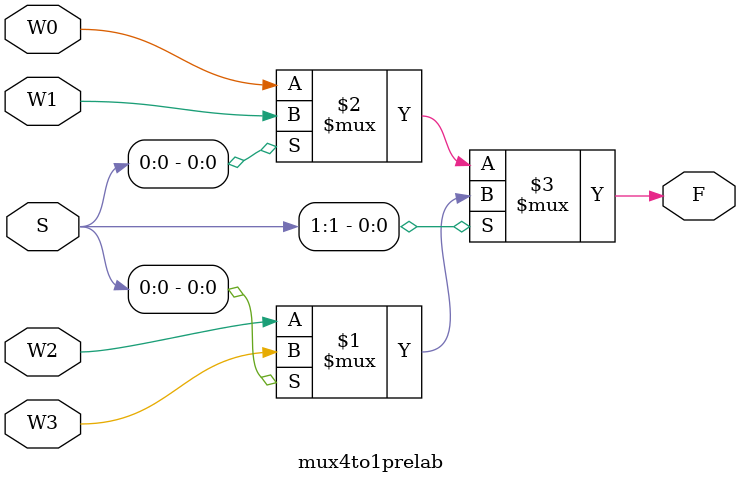
<source format=v>
module mux4to1prelab(W0, W1, W2, W3, S, F);
	input W0, W1, W2, W3;
	input [1:0] S;
	output F;
	
	assign F = S[1] ? (S[0] ? W3 : W2) : (S[0] ? W1 : W0);
endmodule

</source>
